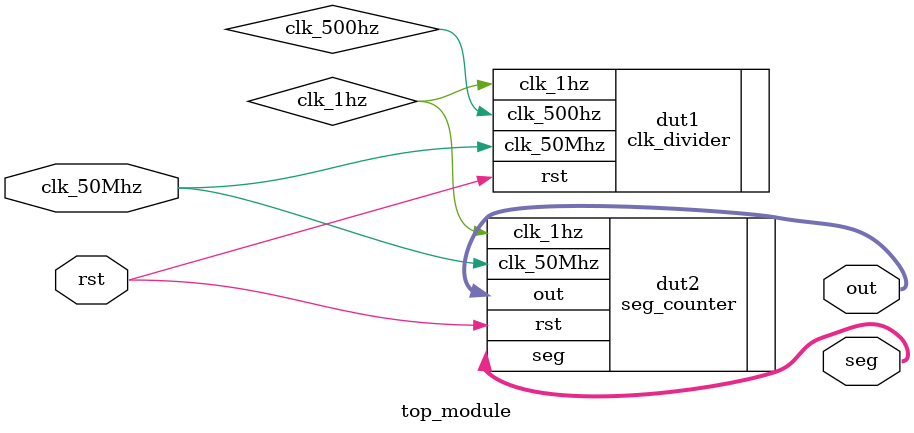
<source format=v>
module top_module(
  input clk_50Mhz,
  input rst,
  output wire [7:0] seg,
  output wire [3:0] out
);
  wire clk_1hz,clk_500hz;
  
  clk_divider dut1(.clk_50Mhz(clk_50Mhz),
    .rst(rst),
    .clk_1hz(clk_1hz),
    .clk_500hz(clk_500hz)
  );

  seg_counter dut2( .clk_1hz(clk_1hz),.clk_50Mhz(clk_50Mhz),.rst(rst), .out(out), .seg(seg));
endmodule


</source>
